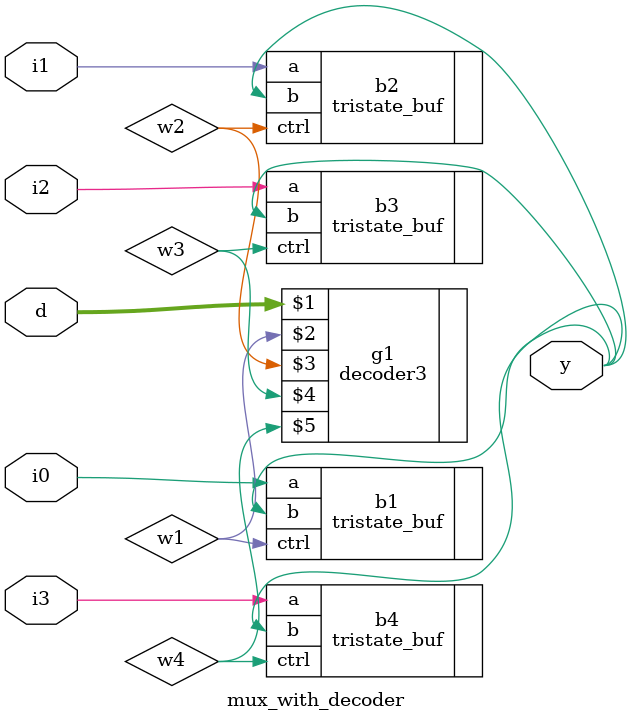
<source format=v>




module mux_with_decoder(input [1:0]d,
                      
                        input i0,i1,i2,i3,
                        output y
                        );
wire w1,w2,w3,w4;
decoder3 g1(d,w1,w2,w3,w4);
 tristate_buf b1(.a(i0),.ctrl(w1),.b(y));
 tristate_buf b2(.a(i1),.ctrl(w2),.b(y));
 tristate_buf b3(.a(i2),.ctrl(w3),.b(y));
 tristate_buf b4(.a(i3),.ctrl(w4),.b(y));

endmodule

</source>
